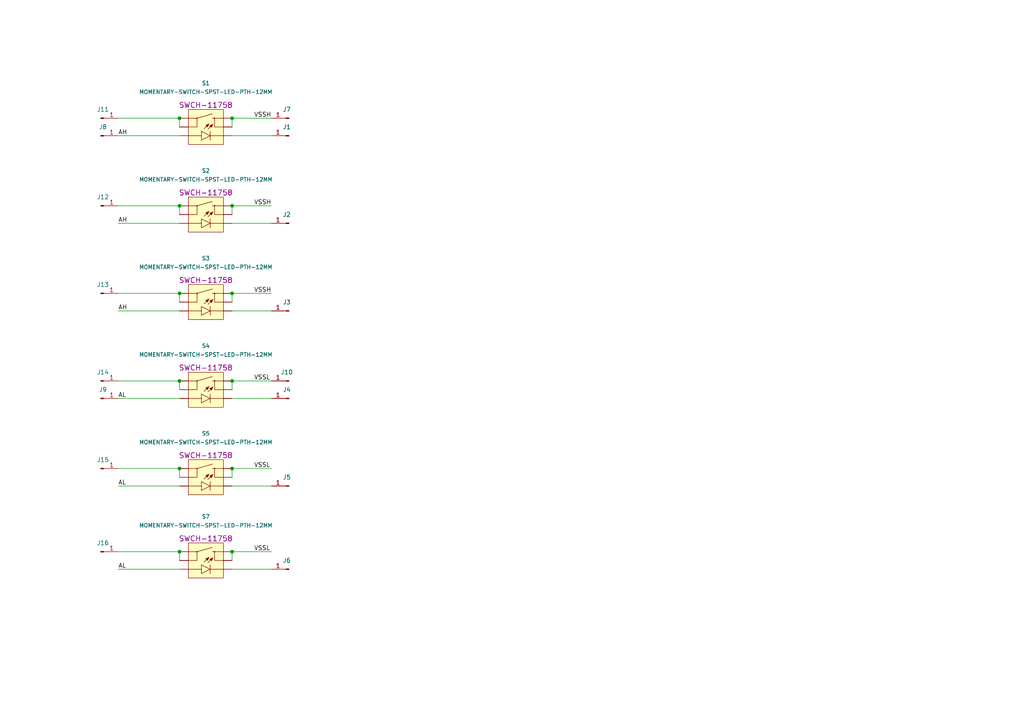
<source format=kicad_sch>
(kicad_sch (version 20230121) (generator eeschema)
  (paper "A4")
  (lib_symbols
    (symbol "Connector:Conn_01x01_Pin" (pin_names (offset 1.016) hide)
      (property "Reference" "J" (at 0 2.54 0))
      (property "Value" "Conn_01x01_Pin" (at 0 -2.54 0))
      (symbol "Conn_01x01_Pin_1_1"
        (polyline (pts (xy 1.27 0) (xy 0.8636 0)) (stroke (width 0.1524)))
        (rectangle (start 0.8636 0.127) (end 0 -0.127) (stroke (width 0.1524)) (fill (type outline)))
        (pin passive line (at 5.08 0 180) (length 3.81) (name "Pin_1") (number "1"))
      )
    )
    (symbol "MOMENTARY-SWITCH-SPST-LED-PTH-12MM_1" (pin_numbers hide) (pin_names (offset 1.016) hide)
      (property "Reference" "S" (at -5.08 6.35 0))
      (property "Value" "MOMENTARY-SWITCH-SPST-LED-PTH-12MM_1" (at -5.08 -7.62 0))
      (property "Field4" "SWCH-11758" (at 0 10.16 0))
      (symbol "MOMENTARY-SWITCH-SPST-LED-PTH-12MM_1_1_0"
        (polyline (pts (xy -5.08 -2.54) (xy -1.27 -2.54)))
        (polyline (pts (xy -5.08 2.54) (xy -2.54 2.54)))
        (polyline (pts (xy -2.54 2.54) (xy 1.905 3.81)))
        (polyline (pts (xy -1.27 -3.81) (xy -1.27 -2.54)))
        (polyline (pts (xy -1.27 -3.81) (xy 1.27 -2.54)))
        (polyline (pts (xy -1.27 -2.54) (xy -1.27 -1.27)))
        (polyline (pts (xy -0.508 -0.508) (xy 0.889 0.889)))
        (polyline (pts (xy 0.635 -0.635) (xy 2.032 0.762)))
        (polyline (pts (xy 1.27 -3.81) (xy 1.27 -2.54)))
        (polyline (pts (xy 1.27 -2.54) (xy -1.27 -1.27)))
        (polyline (pts (xy 1.27 -2.54) (xy 1.27 -1.27)))
        (polyline (pts (xy 1.27 -2.54) (xy 5.08 -2.54)))
        (polyline (pts (xy 1.905 2.54) (xy 5.08 2.54)))
      )
      (symbol "MOMENTARY-SWITCH-SPST-LED-PTH-12MM_1_1_1"
        (circle (center -2.54 2.54) (radius 0.127) (fill (type outline)))
        (polyline (pts (xy -5.08 0) (xy -2.54 0) (xy -2.54 2.54)))
        (polyline (pts (xy 2.54 2.54) (xy 2.54 0) (xy 5.08 0) (xy 4.445 0)))
        (polyline (pts (xy 0.889 0.889) (xy 0 0.508) (xy 0 0.508) (xy 0.508 0) (xy 0.508 0) (xy 0.889 0.889)) (fill (type outline)))
        (polyline (pts (xy 2.032 0.762) (xy 1.143 0.381) (xy 1.143 0.381) (xy 1.651 -0.127) (xy 1.651 -0.127) (xy 2.032 0.762)) (fill (type outline)))
        (polyline (pts (xy -5.08 5.08) (xy -5.08 2.54) (xy -5.08 -2.54) (xy -5.08 -5.08) (xy 5.08 -5.08) (xy 5.08 -2.54) (xy 5.08 2.54) (xy 5.08 5.08) (xy -5.08 5.08)) (fill (type background)))
        (circle (center 2.54 2.54) (radius 0.127) (fill (type outline)))
        (pin passive line (at 7.62 2.54 180) (length 2.54) (name "1") (number "1"))
        (pin passive line (at 7.62 0 180) (length 2.54) (name "2") (number "2"))
        (pin passive line (at -7.62 2.54 0) (length 2.54) (name "3") (number "3"))
        (pin passive line (at -7.62 0 0) (length 2.54) (name "1") (number "4"))
        (pin passive line (at -7.62 -2.54 0) (length 2.54) (name "A") (number "A"))
        (pin passive line (at 7.62 -2.54 180) (length 2.54) (name "C") (number "C"))
      )
    )
  )
  (junction (at 67.31 59.69))
  (junction (at 52.07 110.49))
  (junction (at 52.07 85.09))
  (junction (at 52.07 160.02))
  (junction (at 67.31 85.09))
  (junction (at 67.31 160.02))
  (junction (at 52.07 34.29))
  (junction (at 52.07 59.69))
  (junction (at 67.31 110.49))
  (junction (at 67.31 34.29))
  (junction (at 52.07 135.89))
  (junction (at 67.31 135.89))
  (wire (pts (xy 52.07 160.02) (xy 52.07 162.56)))
  (wire (pts (xy 67.31 160.02) (xy 78.74 160.02)))
  (wire (pts (xy 67.31 34.29) (xy 67.31 36.83)))
  (wire (pts (xy 67.31 135.89) (xy 67.31 138.43)))
  (wire (pts (xy 67.31 85.09) (xy 78.74 85.09)))
  (wire (pts (xy 67.31 165.1) (xy 78.74 165.1)))
  (wire (pts (xy 67.31 135.89) (xy 78.74 135.89)))
  (wire (pts (xy 67.31 64.77) (xy 78.74 64.77)))
  (wire (pts (xy 67.31 34.29) (xy 78.74 34.29)))
  (wire (pts (xy 34.29 135.89) (xy 52.07 135.89)))
  (wire (pts (xy 52.07 85.09) (xy 52.07 87.63)))
  (wire (pts (xy 34.29 34.29) (xy 52.07 34.29)))
  (wire (pts (xy 67.31 59.69) (xy 78.74 59.69)))
  (wire (pts (xy 67.31 160.02) (xy 67.31 162.56)))
  (wire (pts (xy 52.07 110.49) (xy 52.07 113.03)))
  (wire (pts (xy 67.31 59.69) (xy 67.31 62.23)))
  (wire (pts (xy 52.07 135.89) (xy 52.07 138.43)))
  (wire (pts (xy 67.31 110.49) (xy 78.74 110.49)))
  (wire (pts (xy 67.31 85.09) (xy 67.31 87.63)))
  (wire (pts (xy 34.29 165.1) (xy 52.07 165.1)))
  (wire (pts (xy 52.07 59.69) (xy 52.07 62.23)))
  (wire (pts (xy 34.29 39.37) (xy 52.07 39.37)))
  (wire (pts (xy 34.29 59.69) (xy 52.07 59.69)))
  (wire (pts (xy 67.31 115.57) (xy 78.74 115.57)))
  (wire (pts (xy 34.29 90.17) (xy 52.07 90.17)))
  (wire (pts (xy 52.07 34.29) (xy 52.07 36.83)))
  (wire (pts (xy 34.29 115.57) (xy 52.07 115.57)))
  (wire (pts (xy 67.31 140.97) (xy 78.74 140.97)))
  (wire (pts (xy 34.29 140.97) (xy 52.07 140.97)))
  (wire (pts (xy 34.29 85.09) (xy 52.07 85.09)))
  (wire (pts (xy 67.31 39.37) (xy 78.74 39.37)))
  (wire (pts (xy 34.29 110.49) (xy 52.07 110.49)))
  (wire (pts (xy 67.31 90.17) (xy 78.74 90.17)))
  (wire (pts (xy 34.29 64.77) (xy 52.07 64.77)))
  (wire (pts (xy 34.29 160.02) (xy 52.07 160.02)))
  (wire (pts (xy 67.31 110.49) (xy 67.31 113.03)))
  (label "AH" (at 34.29 64.77 0))
  (label "VSSL" (at 73.66 160.02 0))
  (label "VSSH" (at 73.66 34.29 0))
  (label "AL" (at 34.29 165.1 0))
  (label "VSSH" (at 73.66 85.09 0))
  (label "AH" (at 34.29 39.37 0))
  (label "AH" (at 34.29 90.17 0))
  (label "AL" (at 34.29 115.57 0))
  (label "AL" (at 34.29 140.97 0))
  (label "VSSH" (at 73.66 59.69 0))
  (label "VSSL" (at 73.66 135.89 0))
  (label "VSSL" (at 73.66 110.49 0))
  (symbol (lib_id "Connector:Conn_01x01_Pin") (at 29.21 39.37 0) (unit 1)
    (property "Reference" "J8" (at 29.845 36.83 0))
    (property "Value" "Conn_01x01_Pin" (effects hide))
    (property "Footprint" "Connector_PinHeader_2.54mm:PinHeader_1x01_P2.54mm_Vertical" (effects hide))
  )
  (symbol (lib_id "Connector:Conn_01x01_Pin") (at 83.82 165.1 180) (unit 1)
    (property "Reference" "J6" (at 83.185 162.56 0))
    (property "Value" "Conn_01x01_Pin" (effects hide))
    (property "Footprint" "Connector_PinHeader_2.54mm:PinHeader_1x01_P2.54mm_Vertical" (effects hide))
  )
  (symbol (lib_name "MOMENTARY-SWITCH-SPST-LED-PTH-12MM_1") (lib_id "SparkFun-Switches:MOMENTARY-SWITCH-SPST-LED-PTH-12MM") (at 59.69 113.03 0) (unit 1)
    (property "Reference" "S4" (at 59.69 100.33 0) (effects (font (size 1.143 1.143))))
    (property "Value" "MOMENTARY-SWITCH-SPST-LED-PTH-12MM" (at 59.69 102.87 0) (effects (font (size 1.143 1.143))))
    (property "Footprint" "mod:TACTILE_SWITCH_LED_PTH_12MM" (effects hide))
    (property "Field4" "SWCH-11758" (at 59.69 106.68 0) (effects (font (size 1.524 1.524))))
  )
  (symbol (lib_id "Connector:Conn_01x01_Pin") (at 29.21 59.69 0) (unit 1)
    (property "Reference" "J12" (at 29.845 57.15 0))
    (property "Value" "Conn_01x01_Pin" (effects hide))
    (property "Footprint" "Connector_PinHeader_2.54mm:PinHeader_1x01_P2.54mm_Vertical" (effects hide))
  )
  (symbol (lib_name "MOMENTARY-SWITCH-SPST-LED-PTH-12MM_1") (lib_id "SparkFun-Switches:MOMENTARY-SWITCH-SPST-LED-PTH-12MM") (at 59.69 62.23 0) (unit 1)
    (property "Reference" "S2" (at 59.69 49.53 0) (effects (font (size 1.143 1.143))))
    (property "Value" "MOMENTARY-SWITCH-SPST-LED-PTH-12MM" (at 59.69 52.07 0) (effects (font (size 1.143 1.143))))
    (property "Footprint" "mod:TACTILE_SWITCH_LED_PTH_12MM" (effects hide))
    (property "Field4" "SWCH-11758" (at 59.69 55.88 0) (effects (font (size 1.524 1.524))))
  )
  (symbol (lib_id "Connector:Conn_01x01_Pin") (at 29.21 34.29 0) (unit 1)
    (property "Reference" "J11" (at 29.845 31.75 0))
    (property "Value" "Conn_01x01_Pin" (effects hide))
    (property "Footprint" "Connector_PinHeader_2.54mm:PinHeader_1x01_P2.54mm_Vertical" (effects hide))
  )
  (symbol (lib_id "Connector:Conn_01x01_Pin") (at 83.82 90.17 180) (unit 1)
    (property "Reference" "J3" (at 83.185 87.63 0))
    (property "Value" "Conn_01x01_Pin" (effects hide))
    (property "Footprint" "Connector_PinHeader_2.54mm:PinHeader_1x01_P2.54mm_Vertical" (effects hide))
  )
  (symbol (lib_name "MOMENTARY-SWITCH-SPST-LED-PTH-12MM_1") (lib_id "SparkFun-Switches:MOMENTARY-SWITCH-SPST-LED-PTH-12MM") (at 59.69 138.43 0) (unit 1)
    (property "Reference" "S5" (at 59.69 125.73 0) (effects (font (size 1.143 1.143))))
    (property "Value" "MOMENTARY-SWITCH-SPST-LED-PTH-12MM" (at 59.69 128.27 0) (effects (font (size 1.143 1.143))))
    (property "Footprint" "mod:TACTILE_SWITCH_LED_PTH_12MM" (effects hide))
    (property "Field4" "SWCH-11758" (at 59.69 132.08 0) (effects (font (size 1.524 1.524))))
  )
  (symbol (lib_id "Connector:Conn_01x01_Pin") (at 83.82 64.77 180) (unit 1)
    (property "Reference" "J2" (at 83.185 62.23 0))
    (property "Value" "Conn_01x01_Pin" (effects hide))
    (property "Footprint" "Connector_PinHeader_2.54mm:PinHeader_1x01_P2.54mm_Vertical" (effects hide))
  )
  (symbol (lib_id "Connector:Conn_01x01_Pin") (at 29.21 85.09 0) (unit 1)
    (property "Reference" "J13" (at 29.845 82.55 0))
    (property "Value" "Conn_01x01_Pin" (effects hide))
    (property "Footprint" "Connector_PinHeader_2.54mm:PinHeader_1x01_P2.54mm_Vertical" (effects hide))
  )
  (symbol (lib_id "Connector:Conn_01x01_Pin") (at 83.82 34.29 180) (unit 1)
    (property "Reference" "J7" (at 83.185 31.75 0))
    (property "Value" "Conn_01x01_Pin" (effects hide))
    (property "Footprint" "Connector_PinHeader_2.54mm:PinHeader_1x01_P2.54mm_Vertical" (effects hide))
  )
  (symbol (lib_id "Connector:Conn_01x01_Pin") (at 29.21 160.02 0) (unit 1)
    (property "Reference" "J16" (at 29.845 157.48 0))
    (property "Value" "Conn_01x01_Pin" (effects hide))
    (property "Footprint" "Connector_PinHeader_2.54mm:PinHeader_1x01_P2.54mm_Vertical" (effects hide))
  )
  (symbol (lib_id "Connector:Conn_01x01_Pin") (at 83.82 115.57 180) (unit 1)
    (property "Reference" "J4" (at 83.185 113.03 0))
    (property "Value" "Conn_01x01_Pin" (effects hide))
    (property "Footprint" "Connector_PinHeader_2.54mm:PinHeader_1x01_P2.54mm_Vertical" (effects hide))
  )
  (symbol (lib_id "Connector:Conn_01x01_Pin") (at 29.21 110.49 0) (unit 1)
    (property "Reference" "J14" (at 29.845 107.95 0))
    (property "Value" "Conn_01x01_Pin" (effects hide))
    (property "Footprint" "Connector_PinHeader_2.54mm:PinHeader_1x01_P2.54mm_Vertical" (effects hide))
  )
  (symbol (lib_name "MOMENTARY-SWITCH-SPST-LED-PTH-12MM_1") (lib_id "SparkFun-Switches:MOMENTARY-SWITCH-SPST-LED-PTH-12MM") (at 59.69 162.56 0) (unit 1)
    (property "Reference" "S7" (at 59.69 149.86 0) (effects (font (size 1.143 1.143))))
    (property "Value" "MOMENTARY-SWITCH-SPST-LED-PTH-12MM" (at 59.69 152.4 0) (effects (font (size 1.143 1.143))))
    (property "Footprint" "mod:TACTILE_SWITCH_LED_PTH_12MM" (effects hide))
    (property "Field4" "SWCH-11758" (at 59.69 156.21 0) (effects (font (size 1.524 1.524))))
  )
  (symbol (lib_id "Connector:Conn_01x01_Pin") (at 83.82 39.37 180) (unit 1)
    (property "Reference" "J1" (at 83.185 36.83 0))
    (property "Value" "Conn_01x01_Pin" (effects hide))
    (property "Footprint" "Connector_PinHeader_2.54mm:PinHeader_1x01_P2.54mm_Vertical" (effects hide))
  )
  (symbol (lib_name "MOMENTARY-SWITCH-SPST-LED-PTH-12MM_1") (lib_id "SparkFun-Switches:MOMENTARY-SWITCH-SPST-LED-PTH-12MM") (at 59.69 36.83 0) (unit 1)
    (property "Reference" "S1" (at 59.69 24.13 0) (effects (font (size 1.143 1.143))))
    (property "Value" "MOMENTARY-SWITCH-SPST-LED-PTH-12MM" (at 59.69 26.67 0) (effects (font (size 1.143 1.143))))
    (property "Footprint" "mod:TACTILE_SWITCH_LED_PTH_12MM" (effects hide))
    (property "Field4" "SWCH-11758" (at 59.69 30.48 0) (effects (font (size 1.524 1.524))))
  )
  (symbol (lib_id "Connector:Conn_01x01_Pin") (at 29.21 115.57 0) (unit 1)
    (property "Reference" "J9" (at 29.845 113.03 0))
    (property "Value" "Conn_01x01_Pin" (effects hide))
    (property "Footprint" "Connector_PinHeader_2.54mm:PinHeader_1x01_P2.54mm_Vertical" (effects hide))
  )
  (symbol (lib_id "Connector:Conn_01x01_Pin") (at 29.21 135.89 0) (unit 1)
    (property "Reference" "J15" (at 29.845 133.35 0))
    (property "Value" "Conn_01x01_Pin" (effects hide))
    (property "Footprint" "Connector_PinHeader_2.54mm:PinHeader_1x01_P2.54mm_Vertical" (effects hide))
  )
  (symbol (lib_id "Connector:Conn_01x01_Pin") (at 83.82 140.97 180) (unit 1)
    (property "Reference" "J5" (at 83.185 138.43 0))
    (property "Value" "Conn_01x01_Pin" (effects hide))
    (property "Footprint" "Connector_PinHeader_2.54mm:PinHeader_1x01_P2.54mm_Vertical" (effects hide))
  )
  (symbol (lib_id "Connector:Conn_01x01_Pin") (at 83.82 110.49 180) (unit 1)
    (property "Reference" "J10" (at 83.185 107.95 0))
    (property "Value" "Conn_01x01_Pin" (effects hide))
    (property "Footprint" "Connector_PinHeader_2.54mm:PinHeader_1x01_P2.54mm_Vertical" (effects hide))
  )
  (symbol (lib_name "MOMENTARY-SWITCH-SPST-LED-PTH-12MM_1") (lib_id "SparkFun-Switches:MOMENTARY-SWITCH-SPST-LED-PTH-12MM") (at 59.69 87.63 0) (unit 1)
    (property "Reference" "S3" (at 59.69 74.93 0) (effects (font (size 1.143 1.143))))
    (property "Value" "MOMENTARY-SWITCH-SPST-LED-PTH-12MM" (at 59.69 77.47 0) (effects (font (size 1.143 1.143))))
    (property "Footprint" "mod:TACTILE_SWITCH_LED_PTH_12MM" (effects hide))
    (property "Field4" "SWCH-11758" (at 59.69 81.28 0) (effects (font (size 1.524 1.524))))
  )
)
</source>
